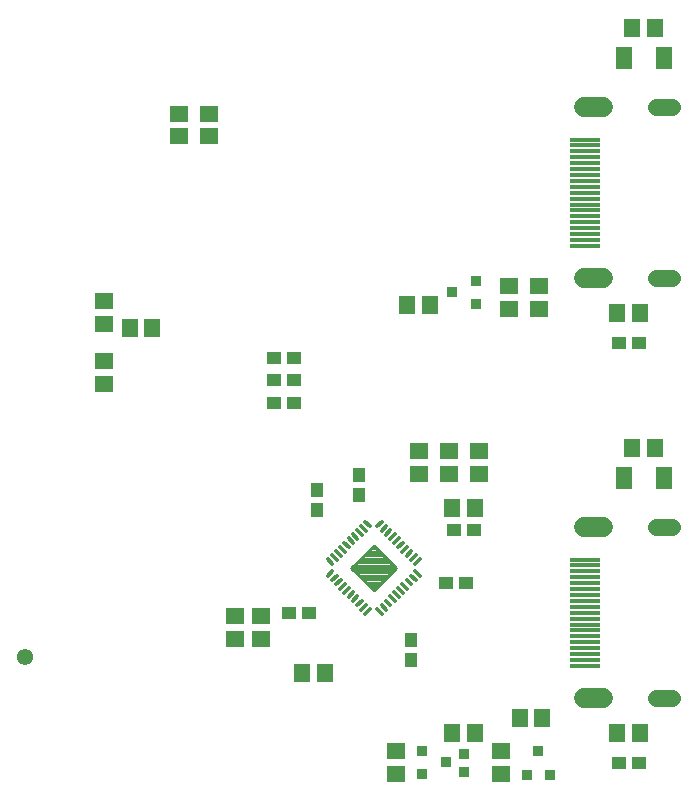
<source format=gts>
G75*
%MOIN*%
%OFA0B0*%
%FSLAX25Y25*%
%IPPOS*%
%LPD*%
%AMOC8*
5,1,8,0,0,1.08239X$1,22.5*
%
%ADD10C,0.05450*%
%ADD11R,0.06106X0.05318*%
%ADD12R,0.05318X0.06106*%
%ADD13R,0.04531X0.04137*%
%ADD14R,0.10436X0.01381*%
%ADD15C,0.06696*%
%ADD16C,0.05515*%
%ADD17R,0.05712X0.07287*%
%ADD18R,0.03700X0.03300*%
%ADD19R,0.03300X0.03700*%
%ADD20C,0.01302*%
%ADD21C,0.01162*%
%ADD22R,0.04137X0.04531*%
%ADD23R,0.03350X0.03350*%
D10*
X0055500Y0052915D03*
D11*
X0125550Y0059075D03*
X0125550Y0066555D03*
X0134300Y0066555D03*
X0134300Y0059075D03*
X0179300Y0021555D03*
X0179300Y0014075D03*
X0214300Y0014075D03*
X0214300Y0021555D03*
X0206800Y0114075D03*
X0206800Y0121555D03*
X0196800Y0121555D03*
X0196800Y0114075D03*
X0186800Y0114075D03*
X0186800Y0121555D03*
X0216800Y0169075D03*
X0216800Y0176555D03*
X0226800Y0176555D03*
X0226800Y0169075D03*
X0116800Y0226575D03*
X0116800Y0234055D03*
X0106800Y0234055D03*
X0106800Y0226575D03*
X0081800Y0171555D03*
X0081800Y0164075D03*
X0081800Y0151555D03*
X0081800Y0144075D03*
D12*
X0090560Y0162815D03*
X0098040Y0162815D03*
X0183060Y0170315D03*
X0190540Y0170315D03*
X0253060Y0167815D03*
X0260540Y0167815D03*
X0258060Y0122815D03*
X0265540Y0122815D03*
X0205540Y0102815D03*
X0198060Y0102815D03*
X0155540Y0047815D03*
X0148060Y0047815D03*
X0198060Y0027815D03*
X0205540Y0027815D03*
X0220560Y0032815D03*
X0228040Y0032815D03*
X0253060Y0027815D03*
X0260540Y0027815D03*
X0258060Y0262815D03*
X0265540Y0262815D03*
D13*
X0260146Y0157815D03*
X0253454Y0157815D03*
X0205146Y0095315D03*
X0198454Y0095315D03*
X0195954Y0077815D03*
X0202646Y0077815D03*
X0150146Y0067815D03*
X0143454Y0067815D03*
X0145146Y0137815D03*
X0138454Y0137815D03*
X0138454Y0145315D03*
X0145146Y0145315D03*
X0145146Y0152815D03*
X0138454Y0152815D03*
X0253454Y0017815D03*
X0260146Y0017815D03*
D14*
X0242115Y0050099D03*
X0242115Y0052067D03*
X0242115Y0054036D03*
X0242115Y0056004D03*
X0242115Y0057973D03*
X0242115Y0059941D03*
X0242115Y0061910D03*
X0242115Y0063878D03*
X0242115Y0065847D03*
X0242115Y0067815D03*
X0242115Y0069784D03*
X0242115Y0071752D03*
X0242115Y0073721D03*
X0242115Y0075689D03*
X0242115Y0077658D03*
X0242115Y0079626D03*
X0242115Y0081595D03*
X0242115Y0083563D03*
X0242115Y0085532D03*
X0242115Y0190099D03*
X0242115Y0192067D03*
X0242115Y0194036D03*
X0242115Y0196004D03*
X0242115Y0197973D03*
X0242115Y0199941D03*
X0242115Y0201910D03*
X0242115Y0203878D03*
X0242115Y0205847D03*
X0242115Y0207815D03*
X0242115Y0209784D03*
X0242115Y0211752D03*
X0242115Y0213721D03*
X0242115Y0215689D03*
X0242115Y0217658D03*
X0242115Y0219626D03*
X0242115Y0221595D03*
X0242115Y0223563D03*
X0242115Y0225532D03*
D15*
X0241859Y0236358D02*
X0248355Y0236358D01*
X0248355Y0179272D02*
X0241859Y0179272D01*
X0241859Y0096358D02*
X0248355Y0096358D01*
X0248355Y0039272D02*
X0241859Y0039272D01*
D16*
X0265914Y0039272D02*
X0271229Y0039272D01*
X0271229Y0096358D02*
X0265914Y0096358D01*
X0265914Y0179272D02*
X0271229Y0179272D01*
X0271229Y0236358D02*
X0265914Y0236358D01*
D17*
X0268493Y0252815D03*
X0255107Y0252815D03*
X0255107Y0112815D03*
X0268493Y0112815D03*
D18*
X0205800Y0170790D03*
X0205800Y0178390D03*
X0197800Y0174590D03*
X0187800Y0021715D03*
X0187800Y0014115D03*
X0195800Y0017915D03*
D19*
X0222900Y0013815D03*
X0230500Y0013815D03*
X0226700Y0021815D03*
D20*
X0177395Y0070260D02*
X0175809Y0071846D01*
X0174417Y0070454D02*
X0176003Y0068868D01*
X0174611Y0067476D02*
X0173025Y0069062D01*
X0170575Y0069062D02*
X0168989Y0067476D01*
X0167597Y0068868D02*
X0169183Y0070454D01*
X0167791Y0071846D02*
X0166205Y0070260D01*
X0164813Y0071652D02*
X0166399Y0073238D01*
X0165007Y0074630D02*
X0163421Y0073044D01*
X0162029Y0074436D02*
X0163615Y0076022D01*
X0162223Y0077414D02*
X0160637Y0075828D01*
X0159245Y0077220D02*
X0160831Y0078806D01*
X0159439Y0080198D02*
X0157853Y0078612D01*
X0156461Y0080004D02*
X0158047Y0081590D01*
X0158047Y0084040D02*
X0156461Y0085626D01*
X0157853Y0087018D02*
X0159439Y0085432D01*
X0160831Y0086824D02*
X0159245Y0088410D01*
X0160637Y0089802D02*
X0162223Y0088216D01*
X0163615Y0089608D02*
X0162029Y0091194D01*
X0163421Y0092586D02*
X0165007Y0091000D01*
X0166399Y0092392D02*
X0164813Y0093978D01*
X0166205Y0095370D02*
X0167791Y0093784D01*
X0169183Y0095176D02*
X0167597Y0096762D01*
X0168989Y0098154D02*
X0170575Y0096568D01*
X0173025Y0096568D02*
X0174611Y0098154D01*
X0176003Y0096762D02*
X0174417Y0095176D01*
X0175809Y0093784D02*
X0177395Y0095370D01*
X0178787Y0093978D02*
X0177201Y0092392D01*
X0178593Y0091000D02*
X0180179Y0092586D01*
X0181571Y0091194D02*
X0179985Y0089608D01*
X0181377Y0088216D02*
X0182963Y0089802D01*
X0184355Y0088410D02*
X0182769Y0086824D01*
X0184161Y0085432D02*
X0185747Y0087018D01*
X0187139Y0085626D02*
X0185553Y0084040D01*
X0185553Y0081590D02*
X0187139Y0080004D01*
X0185747Y0078612D02*
X0184161Y0080198D01*
X0182769Y0078806D02*
X0184355Y0077220D01*
X0182963Y0075828D02*
X0181377Y0077414D01*
X0179985Y0076022D02*
X0181571Y0074436D01*
X0180179Y0073044D02*
X0178593Y0074630D01*
X0177201Y0073238D02*
X0178787Y0071652D01*
D21*
X0171800Y0075423D02*
X0164408Y0082815D01*
X0171800Y0090207D01*
X0179192Y0082815D01*
X0171800Y0075423D01*
X0172961Y0076584D02*
X0170639Y0076584D01*
X0169478Y0077745D02*
X0174122Y0077745D01*
X0175283Y0078906D02*
X0168317Y0078906D01*
X0167156Y0080067D02*
X0176444Y0080067D01*
X0177605Y0081228D02*
X0165995Y0081228D01*
X0164834Y0082389D02*
X0178766Y0082389D01*
X0178457Y0083550D02*
X0165143Y0083550D01*
X0166304Y0084711D02*
X0177296Y0084711D01*
X0176135Y0085872D02*
X0167465Y0085872D01*
X0168626Y0087033D02*
X0174974Y0087033D01*
X0173813Y0088194D02*
X0169787Y0088194D01*
X0170948Y0089355D02*
X0172652Y0089355D01*
D22*
X0166800Y0106969D03*
X0166800Y0113662D03*
X0153050Y0108662D03*
X0153050Y0101969D03*
X0184300Y0058662D03*
X0184300Y0051969D03*
D23*
X0201800Y0020768D03*
X0201800Y0014862D03*
M02*

</source>
